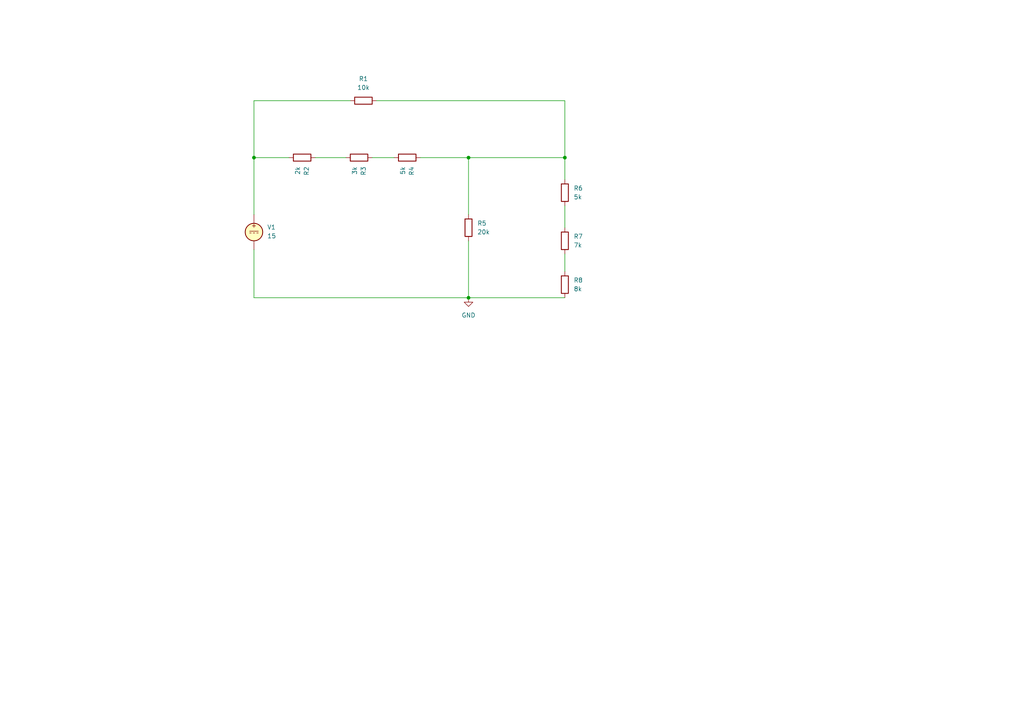
<source format=kicad_sch>
(kicad_sch (version 20230121) (generator eeschema)

  (uuid 5335a446-024f-425b-a09d-757384e9511b)

  (paper "A4")

  (lib_symbols
    (symbol "Device:R" (pin_numbers hide) (pin_names (offset 0)) (in_bom yes) (on_board yes)
      (property "Reference" "R" (at 2.032 0 90)
        (effects (font (size 1.27 1.27)))
      )
      (property "Value" "R" (at 0 0 90)
        (effects (font (size 1.27 1.27)))
      )
      (property "Footprint" "" (at -1.778 0 90)
        (effects (font (size 1.27 1.27)) hide)
      )
      (property "Datasheet" "~" (at 0 0 0)
        (effects (font (size 1.27 1.27)) hide)
      )
      (property "ki_keywords" "R res resistor" (at 0 0 0)
        (effects (font (size 1.27 1.27)) hide)
      )
      (property "ki_description" "Resistor" (at 0 0 0)
        (effects (font (size 1.27 1.27)) hide)
      )
      (property "ki_fp_filters" "R_*" (at 0 0 0)
        (effects (font (size 1.27 1.27)) hide)
      )
      (symbol "R_0_1"
        (rectangle (start -1.016 -2.54) (end 1.016 2.54)
          (stroke (width 0.254) (type default))
          (fill (type none))
        )
      )
      (symbol "R_1_1"
        (pin passive line (at 0 3.81 270) (length 1.27)
          (name "~" (effects (font (size 1.27 1.27))))
          (number "1" (effects (font (size 1.27 1.27))))
        )
        (pin passive line (at 0 -3.81 90) (length 1.27)
          (name "~" (effects (font (size 1.27 1.27))))
          (number "2" (effects (font (size 1.27 1.27))))
        )
      )
    )
    (symbol "Simulation_SPICE:VDC" (pin_numbers hide) (pin_names (offset 0.0254)) (in_bom yes) (on_board yes)
      (property "Reference" "V" (at 2.54 2.54 0)
        (effects (font (size 1.27 1.27)) (justify left))
      )
      (property "Value" "1" (at 2.54 0 0)
        (effects (font (size 1.27 1.27)) (justify left))
      )
      (property "Footprint" "" (at 0 0 0)
        (effects (font (size 1.27 1.27)) hide)
      )
      (property "Datasheet" "~" (at 0 0 0)
        (effects (font (size 1.27 1.27)) hide)
      )
      (property "Sim.Pins" "1=+ 2=-" (at 0 0 0)
        (effects (font (size 1.27 1.27)) hide)
      )
      (property "Sim.Type" "DC" (at 0 0 0)
        (effects (font (size 1.27 1.27)) hide)
      )
      (property "Sim.Device" "V" (at 0 0 0)
        (effects (font (size 1.27 1.27)) (justify left) hide)
      )
      (property "ki_keywords" "simulation" (at 0 0 0)
        (effects (font (size 1.27 1.27)) hide)
      )
      (property "ki_description" "Voltage source, DC" (at 0 0 0)
        (effects (font (size 1.27 1.27)) hide)
      )
      (symbol "VDC_0_0"
        (polyline
          (pts
            (xy -1.27 0.254)
            (xy 1.27 0.254)
          )
          (stroke (width 0) (type default))
          (fill (type none))
        )
        (polyline
          (pts
            (xy -0.762 -0.254)
            (xy -1.27 -0.254)
          )
          (stroke (width 0) (type default))
          (fill (type none))
        )
        (polyline
          (pts
            (xy 0.254 -0.254)
            (xy -0.254 -0.254)
          )
          (stroke (width 0) (type default))
          (fill (type none))
        )
        (polyline
          (pts
            (xy 1.27 -0.254)
            (xy 0.762 -0.254)
          )
          (stroke (width 0) (type default))
          (fill (type none))
        )
        (text "+" (at 0 1.905 0)
          (effects (font (size 1.27 1.27)))
        )
      )
      (symbol "VDC_0_1"
        (circle (center 0 0) (radius 2.54)
          (stroke (width 0.254) (type default))
          (fill (type background))
        )
      )
      (symbol "VDC_1_1"
        (pin passive line (at 0 5.08 270) (length 2.54)
          (name "~" (effects (font (size 1.27 1.27))))
          (number "1" (effects (font (size 1.27 1.27))))
        )
        (pin passive line (at 0 -5.08 90) (length 2.54)
          (name "~" (effects (font (size 1.27 1.27))))
          (number "2" (effects (font (size 1.27 1.27))))
        )
      )
    )
    (symbol "power:GND" (power) (pin_names (offset 0)) (in_bom yes) (on_board yes)
      (property "Reference" "#PWR" (at 0 -6.35 0)
        (effects (font (size 1.27 1.27)) hide)
      )
      (property "Value" "GND" (at 0 -3.81 0)
        (effects (font (size 1.27 1.27)))
      )
      (property "Footprint" "" (at 0 0 0)
        (effects (font (size 1.27 1.27)) hide)
      )
      (property "Datasheet" "" (at 0 0 0)
        (effects (font (size 1.27 1.27)) hide)
      )
      (property "ki_keywords" "global power" (at 0 0 0)
        (effects (font (size 1.27 1.27)) hide)
      )
      (property "ki_description" "Power symbol creates a global label with name \"GND\" , ground" (at 0 0 0)
        (effects (font (size 1.27 1.27)) hide)
      )
      (symbol "GND_0_1"
        (polyline
          (pts
            (xy 0 0)
            (xy 0 -1.27)
            (xy 1.27 -1.27)
            (xy 0 -2.54)
            (xy -1.27 -1.27)
            (xy 0 -1.27)
          )
          (stroke (width 0) (type default))
          (fill (type none))
        )
      )
      (symbol "GND_1_1"
        (pin power_in line (at 0 0 270) (length 0) hide
          (name "GND" (effects (font (size 1.27 1.27))))
          (number "1" (effects (font (size 1.27 1.27))))
        )
      )
    )
  )

  (junction (at 73.66 45.72) (diameter 0) (color 0 0 0 0)
    (uuid 045561dc-dc7d-4d16-85df-e9aa5bdf6aee)
  )
  (junction (at 163.83 45.72) (diameter 0) (color 0 0 0 0)
    (uuid a6e3cebc-99f2-4c33-b915-1eda823d0df4)
  )
  (junction (at 135.89 86.36) (diameter 0) (color 0 0 0 0)
    (uuid dc959652-3f33-48ea-871a-9ae30a70041a)
  )
  (junction (at 135.89 45.72) (diameter 0) (color 0 0 0 0)
    (uuid e66b75c5-e9ac-45ca-a6b9-c6beeb3f794e)
  )

  (wire (pts (xy 73.66 45.72) (xy 83.82 45.72))
    (stroke (width 0) (type default))
    (uuid 1e93bb38-8aa1-4cef-8431-5684dd3877bd)
  )
  (wire (pts (xy 163.83 73.66) (xy 163.83 78.74))
    (stroke (width 0) (type default))
    (uuid 211a4bc0-0cc2-45fb-8cda-bb2bb6605380)
  )
  (wire (pts (xy 163.83 45.72) (xy 163.83 52.07))
    (stroke (width 0) (type default))
    (uuid 2f19e316-15fe-46e1-b184-7300ef53e959)
  )
  (wire (pts (xy 107.95 45.72) (xy 114.3 45.72))
    (stroke (width 0) (type default))
    (uuid 5b9c0ff3-1e70-4ab2-9aa3-7cf7bd8eea8a)
  )
  (wire (pts (xy 73.66 72.39) (xy 73.66 86.36))
    (stroke (width 0) (type default))
    (uuid 6769fd24-30f2-454b-80ac-190336edbe60)
  )
  (wire (pts (xy 135.89 45.72) (xy 163.83 45.72))
    (stroke (width 0) (type default))
    (uuid 6ee69154-9c50-4294-89a4-aeea1bd2ddc9)
  )
  (wire (pts (xy 121.92 45.72) (xy 135.89 45.72))
    (stroke (width 0) (type default))
    (uuid 6efe0d0d-aa86-4ce0-8b15-057204c0ac1e)
  )
  (wire (pts (xy 73.66 86.36) (xy 135.89 86.36))
    (stroke (width 0) (type default))
    (uuid 8454228d-6269-438a-af33-8c5b78d76ded)
  )
  (wire (pts (xy 163.83 59.69) (xy 163.83 66.04))
    (stroke (width 0) (type default))
    (uuid 850979d7-ca1d-43a3-bb02-92e2c3a2acd7)
  )
  (wire (pts (xy 109.22 29.21) (xy 163.83 29.21))
    (stroke (width 0) (type default))
    (uuid 8a2c9b8c-e170-4a69-9fa9-2d31f65c8299)
  )
  (wire (pts (xy 91.44 45.72) (xy 100.33 45.72))
    (stroke (width 0) (type default))
    (uuid 9e578467-3d85-42bb-b655-15f3375829e3)
  )
  (wire (pts (xy 135.89 86.36) (xy 135.89 69.85))
    (stroke (width 0) (type default))
    (uuid a8db121b-473f-4f4a-84c2-2448b27091d0)
  )
  (wire (pts (xy 135.89 45.72) (xy 135.89 62.23))
    (stroke (width 0) (type default))
    (uuid b0c69af9-b010-43d2-ae83-5fd1974e24bb)
  )
  (wire (pts (xy 73.66 45.72) (xy 73.66 62.23))
    (stroke (width 0) (type default))
    (uuid c3c1e7a0-e920-4bb1-beda-f61e59ef4c8e)
  )
  (wire (pts (xy 101.6 29.21) (xy 73.66 29.21))
    (stroke (width 0) (type default))
    (uuid c3d4e173-f31c-4f19-8b20-2de7c30520cd)
  )
  (wire (pts (xy 135.89 86.36) (xy 163.83 86.36))
    (stroke (width 0) (type default))
    (uuid d2eae646-cc1c-4ed6-b9c8-69bfde24673c)
  )
  (wire (pts (xy 163.83 29.21) (xy 163.83 45.72))
    (stroke (width 0) (type default))
    (uuid fa0747c7-8cf5-4ce6-98f1-299b1b4fc525)
  )
  (wire (pts (xy 73.66 29.21) (xy 73.66 45.72))
    (stroke (width 0) (type default))
    (uuid fa359f40-e613-4349-8a15-cd4f8fae83b2)
  )

  (symbol (lib_id "Device:R") (at 163.83 55.88 0) (unit 1)
    (in_bom yes) (on_board yes) (dnp no) (fields_autoplaced)
    (uuid 0716c553-7846-47fc-ae13-3b8075489629)
    (property "Reference" "R6" (at 166.37 54.61 0)
      (effects (font (size 1.27 1.27)) (justify left))
    )
    (property "Value" "5k" (at 166.37 57.15 0)
      (effects (font (size 1.27 1.27)) (justify left))
    )
    (property "Footprint" "" (at 162.052 55.88 90)
      (effects (font (size 1.27 1.27)) hide)
    )
    (property "Datasheet" "~" (at 163.83 55.88 0)
      (effects (font (size 1.27 1.27)) hide)
    )
    (pin "2" (uuid a9179102-cc18-485a-85fe-ee9d1c969cf2))
    (pin "1" (uuid f6a0f2c8-a1ba-469a-ac13-d7e2eac3dd77))
    (instances
      (project "kicad devre"
        (path "/5335a446-024f-425b-a09d-757384e9511b"
          (reference "R6") (unit 1)
        )
      )
    )
  )

  (symbol (lib_id "power:GND") (at 135.89 86.36 0) (unit 1)
    (in_bom yes) (on_board yes) (dnp no) (fields_autoplaced)
    (uuid 087d6716-1d83-4139-96f4-4428b6cc9fee)
    (property "Reference" "#PWR01" (at 135.89 92.71 0)
      (effects (font (size 1.27 1.27)) hide)
    )
    (property "Value" "GND" (at 135.89 91.44 0)
      (effects (font (size 1.27 1.27)))
    )
    (property "Footprint" "" (at 135.89 86.36 0)
      (effects (font (size 1.27 1.27)) hide)
    )
    (property "Datasheet" "" (at 135.89 86.36 0)
      (effects (font (size 1.27 1.27)) hide)
    )
    (pin "1" (uuid ab62c7b1-2bd3-4b90-8a2d-ba680e2a3abb))
    (instances
      (project "kicad devre"
        (path "/5335a446-024f-425b-a09d-757384e9511b"
          (reference "#PWR01") (unit 1)
        )
      )
    )
  )

  (symbol (lib_id "Simulation_SPICE:VDC") (at 73.66 67.31 0) (unit 1)
    (in_bom yes) (on_board yes) (dnp no) (fields_autoplaced)
    (uuid 13484dee-eedb-4f22-81e3-9fe8c57c2cb5)
    (property "Reference" "V1" (at 77.47 65.9102 0)
      (effects (font (size 1.27 1.27)) (justify left))
    )
    (property "Value" "15" (at 77.47 68.4502 0)
      (effects (font (size 1.27 1.27)) (justify left))
    )
    (property "Footprint" "" (at 73.66 67.31 0)
      (effects (font (size 1.27 1.27)) hide)
    )
    (property "Datasheet" "~" (at 73.66 67.31 0)
      (effects (font (size 1.27 1.27)) hide)
    )
    (property "Sim.Pins" "1=+ 2=-" (at 73.66 67.31 0)
      (effects (font (size 1.27 1.27)) hide)
    )
    (property "Sim.Type" "DC" (at 73.66 67.31 0)
      (effects (font (size 1.27 1.27)) hide)
    )
    (property "Sim.Device" "V" (at 73.66 67.31 0)
      (effects (font (size 1.27 1.27)) (justify left) hide)
    )
    (pin "2" (uuid 455da516-c3c7-42a4-b513-4fc203352898))
    (pin "1" (uuid 3d2f0d62-1d2e-48a6-8f56-5d39effea5fb))
    (instances
      (project "kicad devre"
        (path "/5335a446-024f-425b-a09d-757384e9511b"
          (reference "V1") (unit 1)
        )
      )
    )
  )

  (symbol (lib_id "Device:R") (at 104.14 45.72 270) (unit 1)
    (in_bom yes) (on_board yes) (dnp no)
    (uuid 13f6a865-3321-4a46-b70d-ee84a960890a)
    (property "Reference" "R3" (at 105.41 48.26 0)
      (effects (font (size 1.27 1.27)) (justify left))
    )
    (property "Value" "3k" (at 102.87 48.26 0)
      (effects (font (size 1.27 1.27)) (justify left))
    )
    (property "Footprint" "" (at 104.14 43.942 90)
      (effects (font (size 1.27 1.27)) hide)
    )
    (property "Datasheet" "~" (at 104.14 45.72 0)
      (effects (font (size 1.27 1.27)) hide)
    )
    (pin "2" (uuid 7fa3938e-a8b2-44ba-aaa1-a29046890cc0))
    (pin "1" (uuid 4b70f93e-cb4b-456b-9a57-8de9f27e735b))
    (instances
      (project "kicad devre"
        (path "/5335a446-024f-425b-a09d-757384e9511b"
          (reference "R3") (unit 1)
        )
      )
    )
  )

  (symbol (lib_id "Device:R") (at 118.11 45.72 270) (unit 1)
    (in_bom yes) (on_board yes) (dnp no) (fields_autoplaced)
    (uuid 240f016b-4bc1-4f74-870d-902c768b3073)
    (property "Reference" "R4" (at 119.38 48.26 0)
      (effects (font (size 1.27 1.27)) (justify left))
    )
    (property "Value" "5k" (at 116.84 48.26 0)
      (effects (font (size 1.27 1.27)) (justify left))
    )
    (property "Footprint" "" (at 118.11 43.942 90)
      (effects (font (size 1.27 1.27)) hide)
    )
    (property "Datasheet" "~" (at 118.11 45.72 0)
      (effects (font (size 1.27 1.27)) hide)
    )
    (pin "2" (uuid 4e8b52bd-fcf8-415c-a16b-40667857b5cb))
    (pin "1" (uuid 4e41ccb1-308b-4796-bf10-ad0deb4eacdb))
    (instances
      (project "kicad devre"
        (path "/5335a446-024f-425b-a09d-757384e9511b"
          (reference "R4") (unit 1)
        )
      )
    )
  )

  (symbol (lib_id "Device:R") (at 87.63 45.72 270) (unit 1)
    (in_bom yes) (on_board yes) (dnp no) (fields_autoplaced)
    (uuid 56c57d52-1cea-4656-9193-647200002c7b)
    (property "Reference" "R2" (at 88.9 48.26 0)
      (effects (font (size 1.27 1.27)) (justify left))
    )
    (property "Value" "2k" (at 86.36 48.26 0)
      (effects (font (size 1.27 1.27)) (justify left))
    )
    (property "Footprint" "" (at 87.63 43.942 90)
      (effects (font (size 1.27 1.27)) hide)
    )
    (property "Datasheet" "~" (at 87.63 45.72 0)
      (effects (font (size 1.27 1.27)) hide)
    )
    (pin "1" (uuid fd16abdd-c3c1-4b24-b298-c92d979a5abd))
    (pin "2" (uuid 119b724e-263e-49ac-8390-f24c84ffa672))
    (instances
      (project "kicad devre"
        (path "/5335a446-024f-425b-a09d-757384e9511b"
          (reference "R2") (unit 1)
        )
      )
    )
  )

  (symbol (lib_id "Device:R") (at 163.83 69.85 0) (unit 1)
    (in_bom yes) (on_board yes) (dnp no) (fields_autoplaced)
    (uuid aca6e4f7-0b9d-42a5-a226-09120e4e264e)
    (property "Reference" "R7" (at 166.37 68.58 0)
      (effects (font (size 1.27 1.27)) (justify left))
    )
    (property "Value" "7k" (at 166.37 71.12 0)
      (effects (font (size 1.27 1.27)) (justify left))
    )
    (property "Footprint" "" (at 162.052 69.85 90)
      (effects (font (size 1.27 1.27)) hide)
    )
    (property "Datasheet" "~" (at 163.83 69.85 0)
      (effects (font (size 1.27 1.27)) hide)
    )
    (pin "1" (uuid 3d42f93f-7eb9-47ef-a5a3-862c049bd6fc))
    (pin "2" (uuid 27f2d8df-1939-49b0-bc1f-2fcd8323afb4))
    (instances
      (project "kicad devre"
        (path "/5335a446-024f-425b-a09d-757384e9511b"
          (reference "R7") (unit 1)
        )
      )
    )
  )

  (symbol (lib_id "Device:R") (at 163.83 82.55 0) (unit 1)
    (in_bom yes) (on_board yes) (dnp no) (fields_autoplaced)
    (uuid b29b0f97-364c-4461-9bcd-39a0f2193a19)
    (property "Reference" "R8" (at 166.37 81.28 0)
      (effects (font (size 1.27 1.27)) (justify left))
    )
    (property "Value" "8k" (at 166.37 83.82 0)
      (effects (font (size 1.27 1.27)) (justify left))
    )
    (property "Footprint" "" (at 162.052 82.55 90)
      (effects (font (size 1.27 1.27)) hide)
    )
    (property "Datasheet" "~" (at 163.83 82.55 0)
      (effects (font (size 1.27 1.27)) hide)
    )
    (pin "2" (uuid b0c9480a-3af0-46a3-ab5f-7fc243291bbe))
    (pin "1" (uuid 96808fe1-85d0-4c85-a4c4-3ec52e48587e))
    (instances
      (project "kicad devre"
        (path "/5335a446-024f-425b-a09d-757384e9511b"
          (reference "R8") (unit 1)
        )
      )
    )
  )

  (symbol (lib_id "Device:R") (at 105.41 29.21 270) (unit 1)
    (in_bom yes) (on_board yes) (dnp no) (fields_autoplaced)
    (uuid cee4049b-24ac-464d-a950-bcf8610d90c4)
    (property "Reference" "R1" (at 105.41 22.86 90)
      (effects (font (size 1.27 1.27)))
    )
    (property "Value" "10k" (at 105.41 25.4 90)
      (effects (font (size 1.27 1.27)))
    )
    (property "Footprint" "" (at 105.41 27.432 90)
      (effects (font (size 1.27 1.27)) hide)
    )
    (property "Datasheet" "~" (at 105.41 29.21 0)
      (effects (font (size 1.27 1.27)) hide)
    )
    (pin "2" (uuid 9fc78b8e-9e4f-4b2b-94f5-ae8fd6e0f124))
    (pin "1" (uuid e5b5ce3f-be6d-453d-ad15-7d4bcb4268d9))
    (instances
      (project "kicad devre"
        (path "/5335a446-024f-425b-a09d-757384e9511b"
          (reference "R1") (unit 1)
        )
      )
    )
  )

  (symbol (lib_id "Device:R") (at 135.89 66.04 0) (unit 1)
    (in_bom yes) (on_board yes) (dnp no) (fields_autoplaced)
    (uuid d7143cbf-918e-4fd4-80cb-51f862ac60b9)
    (property "Reference" "R5" (at 138.43 64.77 0)
      (effects (font (size 1.27 1.27)) (justify left))
    )
    (property "Value" "20k" (at 138.43 67.31 0)
      (effects (font (size 1.27 1.27)) (justify left))
    )
    (property "Footprint" "" (at 134.112 66.04 90)
      (effects (font (size 1.27 1.27)) hide)
    )
    (property "Datasheet" "~" (at 135.89 66.04 0)
      (effects (font (size 1.27 1.27)) hide)
    )
    (pin "2" (uuid 381f4fd6-27ed-473c-a93f-76ae52dfd272))
    (pin "1" (uuid fbe5ccf4-f726-473d-999b-fa27c987af15))
    (instances
      (project "kicad devre"
        (path "/5335a446-024f-425b-a09d-757384e9511b"
          (reference "R5") (unit 1)
        )
      )
    )
  )

  (sheet_instances
    (path "/" (page "1"))
  )
)

</source>
